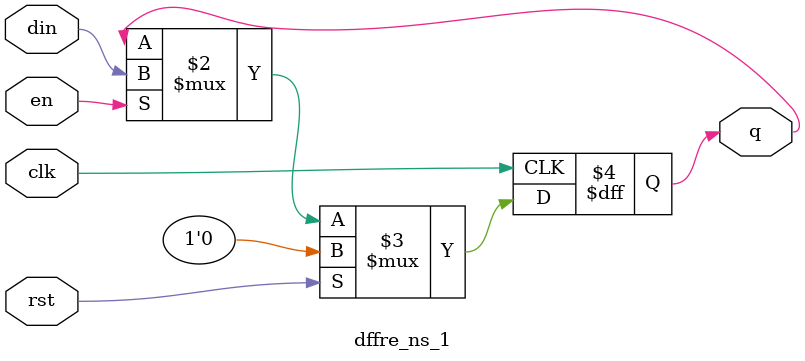
<source format=v>
module dffre_ns_1 (din, rst, en, clk, q);
parameter SIZE = 1;
input	[SIZE-1:0]	din ;	
input			en ;	
input			rst ;	
input			clk ;	
output	[SIZE-1:0]	q ;	
reg 	[SIZE-1:0]	q ;
always @ (posedge clk)
  q[SIZE-1:0] <= rst ? {SIZE{1'b0}} : ((en) ? din[SIZE-1:0] : q[SIZE-1:0]);
endmodule
</source>
